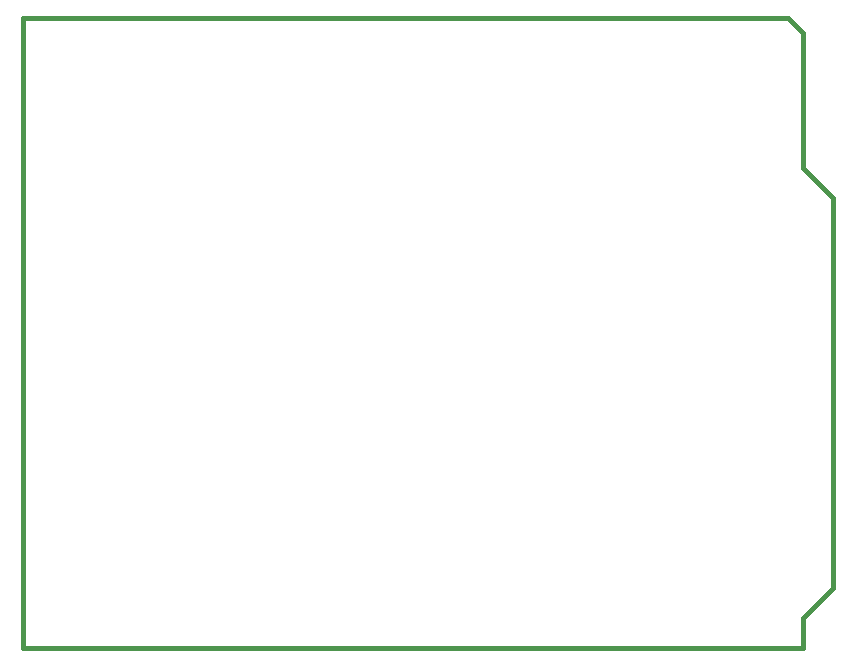
<source format=gbr>
G04 #@! TF.GenerationSoftware,KiCad,Pcbnew,(5.0.1-3-g963ef8bb5)*
G04 #@! TF.CreationDate,2019-05-15T15:03:23+02:00*
G04 #@! TF.ProjectId,HapticDriverShield,48617074696344726976657253686965,rev?*
G04 #@! TF.SameCoordinates,Original*
G04 #@! TF.FileFunction,Profile,NP*
%FSLAX46Y46*%
G04 Gerber Fmt 4.6, Leading zero omitted, Abs format (unit mm)*
G04 Created by KiCad (PCBNEW (5.0.1-3-g963ef8bb5)) date 2019 May 15, Wednesday 15:03:23*
%MOMM*%
%LPD*%
G01*
G04 APERTURE LIST*
G04 #@! TA.AperFunction,NonConductor*
%ADD10C,0.381000*%
G04 #@! TD*
G04 APERTURE END LIST*
D10*
G04 #@! TO.C,SHIELD00*
X155190000Y-137360000D02*
X155190000Y-139900000D01*
X157730000Y-134820000D02*
X155190000Y-137360000D01*
X157730000Y-101800000D02*
X157730000Y-134820000D01*
X155190000Y-99260000D02*
X157730000Y-101800000D01*
X89150000Y-139900000D02*
X89150000Y-86560000D01*
X155190000Y-139900000D02*
X89150000Y-139900000D01*
X153920000Y-86560000D02*
X89150000Y-86560000D01*
X155190000Y-87830000D02*
X153920000Y-86560000D01*
X155190000Y-99260000D02*
X155190000Y-87830000D01*
G04 #@! TD*
M02*

</source>
